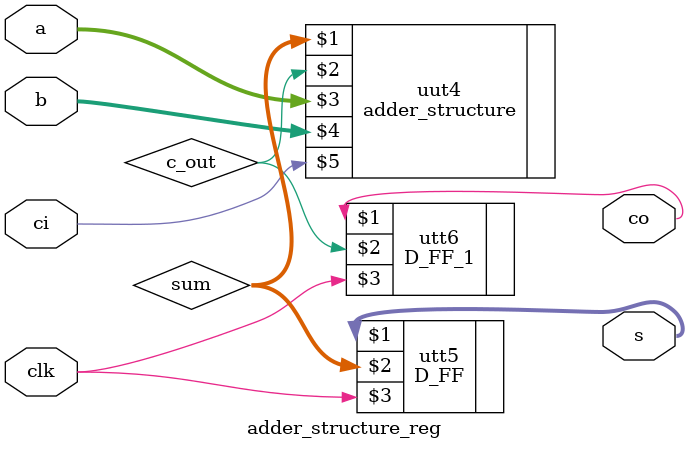
<source format=v>
module adder_structure_reg (s, co, a, b, ci, clk);
    parameter N = 32;
    output [N-1:0] s;
    output co;
    input [N-1:0] a, b;
    input ci, clk;
    wire [N-1:0] sum;
    wire c_out;

    adder_structure uut4 (sum, c_out, a, b, ci);
    D_FF utt5 (s, sum, clk);
    D_FF_1 utt6 (co, c_out, clk);
endmodule
</source>
